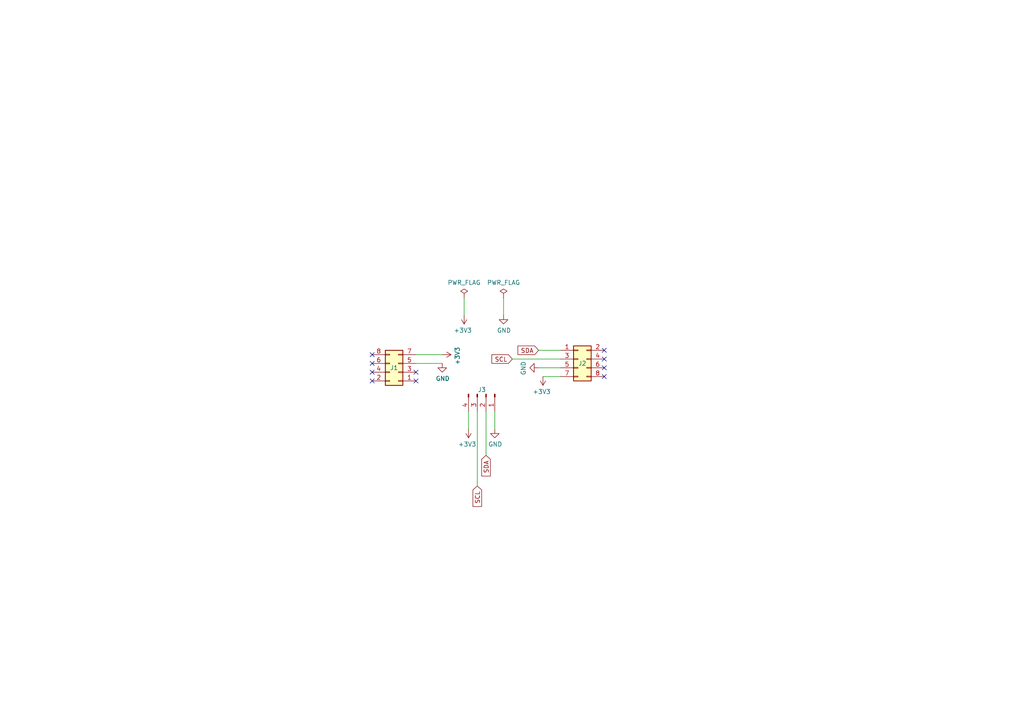
<source format=kicad_sch>
(kicad_sch (version 20211123) (generator eeschema)
  (paper "A4")
  (lib_symbols
    (symbol "Connector:Conn_01x04_Male" (pin_names (offset 1.016) hide)
      (property "Reference" "J" (at 0 5.08 0))
      (property "Value" "Conn_01x04_Male" (at 0 -7.62 0))
      (symbol "Conn_01x04_Male_1_1"
        (polyline (pts (xy 1.27 -5.08) (xy 0.8636 -5.08)) (stroke (width 0.1524)))
        (polyline (pts (xy 1.27 -2.54) (xy 0.8636 -2.54)) (stroke (width 0.1524)))
        (polyline (pts (xy 1.27 0) (xy 0.8636 0)) (stroke (width 0.1524)))
        (polyline (pts (xy 1.27 2.54) (xy 0.8636 2.54)) (stroke (width 0.1524)))
        (rectangle (start 0.8636 -4.953) (end 0 -5.207) (stroke (width 0.1524)) (fill (type outline)))
        (rectangle (start 0.8636 -2.413) (end 0 -2.667) (stroke (width 0.1524)) (fill (type outline)))
        (rectangle (start 0.8636 0.127) (end 0 -0.127) (stroke (width 0.1524)) (fill (type outline)))
        (rectangle (start 0.8636 2.667) (end 0 2.413) (stroke (width 0.1524)) (fill (type outline)))
        (pin passive line (at 5.08 2.54 180) (length 3.81) (name "Pin_1") (number "1"))
        (pin passive line (at 5.08 0 180) (length 3.81) (name "Pin_2") (number "2"))
        (pin passive line (at 5.08 -2.54 180) (length 3.81) (name "Pin_3") (number "3"))
        (pin passive line (at 5.08 -5.08 180) (length 3.81) (name "Pin_4") (number "4"))
      )
    )
    (symbol "Connector_Generic:Conn_02x04_Odd_Even" (pin_names (offset 1.016) hide)
      (property "Reference" "J" (at 1.27 5.08 0))
      (property "Value" "Conn_02x04_Odd_Even" (at 1.27 -7.62 0))
      (symbol "Conn_02x04_Odd_Even_1_1"
        (rectangle (start -1.27 -4.953) (end 0 -5.207) (stroke (width 0.1524)))
        (rectangle (start -1.27 -2.413) (end 0 -2.667) (stroke (width 0.1524)))
        (rectangle (start -1.27 0.127) (end 0 -0.127) (stroke (width 0.1524)))
        (rectangle (start -1.27 2.667) (end 0 2.413) (stroke (width 0.1524)))
        (rectangle (start -1.27 3.81) (end 3.81 -6.35) (stroke (width 0.254)) (fill (type background)))
        (rectangle (start 3.81 -4.953) (end 2.54 -5.207) (stroke (width 0.1524)))
        (rectangle (start 3.81 -2.413) (end 2.54 -2.667) (stroke (width 0.1524)))
        (rectangle (start 3.81 0.127) (end 2.54 -0.127) (stroke (width 0.1524)))
        (rectangle (start 3.81 2.667) (end 2.54 2.413) (stroke (width 0.1524)))
        (pin passive line (at -5.08 2.54 0) (length 3.81) (name "Pin_1") (number "1"))
        (pin passive line (at 7.62 2.54 180) (length 3.81) (name "Pin_2") (number "2"))
        (pin passive line (at -5.08 0 0) (length 3.81) (name "Pin_3") (number "3"))
        (pin passive line (at 7.62 0 180) (length 3.81) (name "Pin_4") (number "4"))
        (pin passive line (at -5.08 -2.54 0) (length 3.81) (name "Pin_5") (number "5"))
        (pin passive line (at 7.62 -2.54 180) (length 3.81) (name "Pin_6") (number "6"))
        (pin passive line (at -5.08 -5.08 0) (length 3.81) (name "Pin_7") (number "7"))
        (pin passive line (at 7.62 -5.08 180) (length 3.81) (name "Pin_8") (number "8"))
      )
    )
    (symbol "power:+3.3V" (power) (pin_names (offset 0))
      (property "Value" "+3.3V" (at 0 3.556 0))
      (symbol "+3.3V_0_1"
        (polyline (pts (xy -0.762 1.27) (xy 0 2.54)))
        (polyline (pts (xy 0 0) (xy 0 2.54)))
        (polyline (pts (xy 0 2.54) (xy 0.762 1.27)))
      )
      (symbol "+3.3V_1_1"
        (pin power_in line (at 0 0 90) (length 0) hide (name "+3V3") (number "1"))
      )
    )
    (symbol "power:GND" (power) (pin_names (offset 0))
      (property "Value" "GND" (at 0 -3.81 0))
      (symbol "GND_0_1"
        (polyline (pts (xy 0 0) (xy 0 -1.27) (xy 1.27 -1.27) (xy 0 -2.54) (xy -1.27 -1.27) (xy 0 -1.27)))
      )
      (symbol "GND_1_1"
        (pin power_in line (at 0 0 270) (length 0) hide (name "GND") (number "1"))
      )
    )
    (symbol "power:PWR_FLAG" (power) (pin_numbers hide) (pin_names (offset 0) hide)
      (property "Value" "PWR_FLAG" (at 0 3.81 0))
      (symbol "PWR_FLAG_0_0"
        (pin power_out line (at 0 0 90) (length 0) (name "pwr") (number "1"))
      )
      (symbol "PWR_FLAG_0_1"
        (polyline (pts (xy 0 0) (xy 0 1.27) (xy -1.016 1.905) (xy 0 2.54) (xy 1.016 1.905) (xy 0 1.27)))
      )
    )
  )
  (no_connect (at 175.26 109.22))
  (no_connect (at 120.65 110.49))
  (no_connect (at 175.26 104.14))
  (no_connect (at 107.95 107.95))
  (no_connect (at 175.26 101.6))
  (no_connect (at 120.65 107.95))
  (no_connect (at 107.95 110.49))
  (no_connect (at 175.26 106.68))
  (no_connect (at 107.95 102.87))
  (no_connect (at 107.95 105.41))
  (wire (pts (xy 134.62 86.36) (xy 134.62 91.44)))
  (wire (pts (xy 128.27 105.41) (xy 120.65 105.41)))
  (wire (pts (xy 120.65 102.87) (xy 128.27 102.87)))
  (wire (pts (xy 146.05 86.36) (xy 146.05 91.44)))
  (wire (pts (xy 138.43 140.97) (xy 138.43 119.38)))
  (wire (pts (xy 135.89 119.38) (xy 135.89 124.46)))
  (wire (pts (xy 162.56 106.68) (xy 156.21 106.68)))
  (wire (pts (xy 148.59 104.14) (xy 162.56 104.14)))
  (wire (pts (xy 156.21 101.6) (xy 162.56 101.6)))
  (wire (pts (xy 143.51 119.38) (xy 143.51 124.46)))
  (wire (pts (xy 140.97 132.08) (xy 140.97 119.38)))
  (wire (pts (xy 162.56 109.22) (xy 157.48 109.22)))
  (global_label "SCL" (shape input) (at 138.43 140.97 270) (property "Intersheet References" "${INTERSHEET_REFS}" (effects hide)))
  (global_label "SDA" (shape input) (at 156.21 101.6 180) (property "Intersheet References" "${INTERSHEET_REFS}" (effects hide)))
  (global_label "SDA" (shape input) (at 140.97 132.08 270) (property "Intersheet References" "${INTERSHEET_REFS}" (effects hide)))
  (global_label "SCL" (shape input) (at 148.59 104.14 180) (property "Intersheet References" "${INTERSHEET_REFS}" (effects hide)))
  (symbol (lib_id "Connector_Generic:Conn_02x04_Odd_Even") (at 115.57 107.95 180) (unit 1)
    (property "Reference" "J1" (at 114.3 106.68 0))
    (property "Value" "M20-8770642R" (effects hide))
    (property "Footprint" "SamacSys_Parts:SSM-104-XXX-DV" (effects hide))
    (property "Datasheet" "https://cdn.harwin.com/pdfs/M20-877R.pdf" (effects hide))
    (property "Description" "Headers & Wire Housings 06 SIL VERT SMT HDR 450/RL" (effects hide))
    (property "Height" "8" (effects hide))
    (property "Manufacturer_Name" "Harwin" (effects hide))
    (property "Manufacturer_Part_Number" "M20-8770642R" (effects hide))
    (property "Arrow Part Number" "M20-8770642R" (effects hide))
    (property "Mouser Part Number" "855-M20-8770642R" (effects hide))
    (property "Mouser Price/Stock" "https://www.mouser.co.uk/ProductDetail/Harwin/M20-8770642R?qs=gf2s0yP%252B7ben%2FW8SSrDDMw%3D%3D" (effects hide))
  )
  (symbol (lib_id "Connector_Generic:Conn_02x04_Odd_Even") (at 167.64 104.14 0) (unit 1)
    (property "Reference" "J2" (at 168.91 105.41 0))
    (property "Value" "M20-8770642R" (effects hide))
    (property "Footprint" "SamacSys_Parts:SSM-104-XXX-DV" (effects hide))
    (property "Datasheet" "https://cdn.harwin.com/pdfs/M20-877R.pdf" (effects hide))
    (property "Description" "Headers & Wire Housings 06 SIL VERT SMT HDR 450/RL" (effects hide))
    (property "Height" "8" (effects hide))
    (property "Manufacturer_Name" "Harwin" (effects hide))
    (property "Manufacturer_Part_Number" "M20-8770642R" (effects hide))
    (property "Arrow Part Number" "M20-8770642R" (effects hide))
    (property "Mouser Part Number" "855-M20-8770642R" (effects hide))
    (property "Mouser Price/Stock" "https://www.mouser.co.uk/ProductDetail/Harwin/M20-8770642R?qs=gf2s0yP%252B7ben%2FW8SSrDDMw%3D%3D" (effects hide))
  )
  (symbol (lib_id "Connector:Conn_01x04_Male") (at 140.97 114.3 270) (unit 1)
    (property "Reference" "J3" (at 140.97 113.03 90) (effects (justify right)))
    (property "Value" "Conn_01x04_Male" (effects hide))
    (property "Footprint" "Connector_PinHeader_2.54mm:PinHeader_1x04_P2.54mm_Horizontal" (effects hide))
  )
  (symbol (lib_id "power:+3.3V") (at 134.62 91.44 180) (unit 1)
    (property "Reference" "#PWR0101" (effects hide))
    (property "Value" "+3.3V" (at 134.239 95.8342 0))
  )
  (symbol (lib_id "power:GND") (at 146.05 91.44 0) (unit 1)
    (property "Reference" "#PWR0102" (effects hide))
    (property "Value" "GND" (at 146.177 95.8342 0))
  )
  (symbol (lib_id "power:PWR_FLAG") (at 146.05 86.36 0) (unit 1)
    (property "Reference" "#FLG0101" (effects hide))
    (property "Value" "PWR_FLAG" (at 146.05 81.9658 0))
  )
  (symbol (lib_id "power:PWR_FLAG") (at 134.62 86.36 0) (unit 1)
    (property "Reference" "#FLG0102" (effects hide))
    (property "Value" "PWR_FLAG" (at 134.62 81.9658 0))
  )
  (symbol (lib_id "power:+3.3V") (at 135.89 124.46 180) (unit 1)
    (property "Reference" "#PWR0103" (effects hide))
    (property "Value" "+3.3V" (at 135.509 128.8542 0))
  )
  (symbol (lib_id "power:GND") (at 143.51 124.46 0) (unit 1)
    (property "Reference" "#PWR0104" (effects hide))
    (property "Value" "GND" (at 143.637 128.8542 0))
  )
  (symbol (lib_id "power:+3.3V") (at 128.27 102.87 270) (unit 1)
    (property "Reference" "#PWR0105" (effects hide))
    (property "Value" "+3.3V" (at 132.6642 103.251 0))
  )
  (symbol (lib_id "power:+3.3V") (at 157.48 109.22 180) (unit 1)
    (property "Reference" "#PWR0106" (effects hide))
    (property "Value" "+3.3V" (at 157.099 113.6142 0))
  )
  (symbol (lib_id "power:GND") (at 128.27 105.41 0) (unit 1)
    (property "Reference" "#PWR0107" (effects hide))
    (property "Value" "GND" (at 128.397 109.8042 0))
  )
  (symbol (lib_id "power:GND") (at 156.21 106.68 270) (unit 1)
    (property "Reference" "#PWR0108" (effects hide))
    (property "Value" "GND" (at 151.8158 106.807 0))
  )
)
</source>
